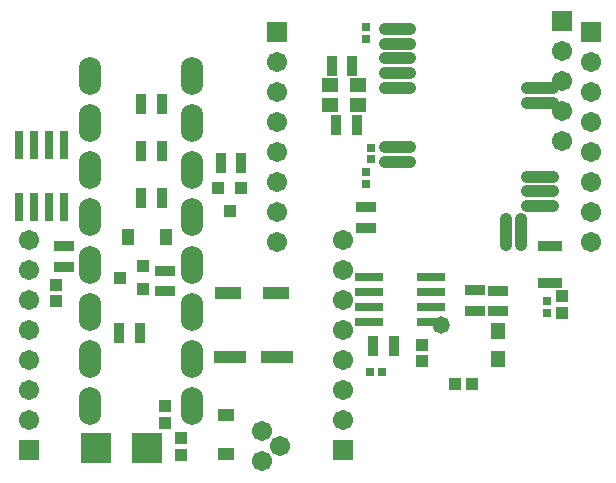
<source format=gts>
%FSLAX24Y24*%
%MOIN*%
G70*
G01*
G75*
G04 Layer_Color=8388736*
%ADD10R,0.0118X0.0295*%
%ADD11R,0.0236X0.0886*%
%ADD12R,0.0591X0.0295*%
%ADD13R,0.0295X0.0591*%
%ADD14R,0.0354X0.0315*%
%ADD15R,0.0315X0.0354*%
%ADD16R,0.0433X0.0492*%
%ADD17R,0.0492X0.0433*%
%ADD18R,0.0480X0.0358*%
%ADD19R,0.0358X0.0480*%
%ADD20R,0.0906X0.0906*%
%ADD21R,0.0354X0.0315*%
%ADD22R,0.0197X0.0236*%
%ADD23R,0.0236X0.0197*%
%ADD24R,0.0827X0.0315*%
%ADD25R,0.0984X0.0315*%
%ADD26R,0.0315X0.0354*%
%ADD27R,0.0886X0.0236*%
%ADD28C,0.0335*%
%ADD29R,0.0846X0.0335*%
%ADD30R,0.0335X0.0846*%
%ADD31C,0.0197*%
%ADD32C,0.0118*%
%ADD33C,0.0157*%
%ADD34C,0.0177*%
%ADD35C,0.0138*%
%ADD36C,0.0591*%
%ADD37R,0.0591X0.0591*%
%ADD38O,0.0669X0.1181*%
%ADD39C,0.0500*%
%ADD40C,0.0394*%
%ADD41R,0.0630X0.1063*%
%ADD42R,0.2165X0.0827*%
%ADD43R,0.0906X0.0236*%
%ADD44C,0.0100*%
%ADD45C,0.0098*%
%ADD46C,0.0236*%
%ADD47C,0.0394*%
%ADD48C,0.0039*%
%ADD49C,0.0079*%
%ADD50C,0.0150*%
%ADD51C,0.0050*%
%ADD52C,0.0070*%
%ADD53C,0.0069*%
%ADD54R,0.0198X0.0375*%
%ADD55R,0.0316X0.0966*%
%ADD56R,0.0671X0.0375*%
%ADD57R,0.0375X0.0671*%
%ADD58R,0.0434X0.0395*%
%ADD59R,0.0395X0.0434*%
%ADD60R,0.0513X0.0572*%
%ADD61R,0.0572X0.0513*%
%ADD62R,0.0560X0.0438*%
%ADD63R,0.0438X0.0560*%
%ADD64R,0.0986X0.0986*%
%ADD65R,0.0434X0.0395*%
%ADD66R,0.0277X0.0316*%
%ADD67R,0.0316X0.0277*%
%ADD68R,0.0907X0.0395*%
%ADD69R,0.1064X0.0395*%
%ADD70R,0.0395X0.0434*%
%ADD71R,0.0966X0.0316*%
%ADD72C,0.0415*%
%ADD73R,0.0926X0.0415*%
%ADD74R,0.0415X0.0926*%
%ADD75C,0.0671*%
%ADD76R,0.0671X0.0671*%
%ADD77O,0.0749X0.1261*%
%ADD78C,0.0580*%
D54*
X17854Y7815D02*
D03*
X18051D02*
D03*
X18248D02*
D03*
X18445D02*
D03*
X17854Y6594D02*
D03*
X18051D02*
D03*
X18248D02*
D03*
X18445D02*
D03*
D55*
X470Y9134D02*
D03*
X970D02*
D03*
X1470D02*
D03*
X1970D02*
D03*
X470Y11181D02*
D03*
X970D02*
D03*
X1470D02*
D03*
X1970D02*
D03*
D56*
X16417Y6329D02*
D03*
Y5640D02*
D03*
X15669Y5669D02*
D03*
Y6358D02*
D03*
X12008Y9124D02*
D03*
Y8435D02*
D03*
X5315Y6309D02*
D03*
Y6998D02*
D03*
X1969Y7825D02*
D03*
Y7136D02*
D03*
D57*
X10876Y13819D02*
D03*
X11565D02*
D03*
X11033Y11850D02*
D03*
X11722D02*
D03*
X12254Y4488D02*
D03*
X12943D02*
D03*
X3789Y4921D02*
D03*
X4478D02*
D03*
X7864Y10591D02*
D03*
X7175D02*
D03*
X5226Y9409D02*
D03*
X4537D02*
D03*
X5226Y10984D02*
D03*
X4537D02*
D03*
Y12559D02*
D03*
X5226D02*
D03*
D58*
X4606Y6398D02*
D03*
Y7146D02*
D03*
X3819Y6772D02*
D03*
D59*
X7854Y9764D02*
D03*
X7106D02*
D03*
X7480Y8976D02*
D03*
D60*
X16417Y4990D02*
D03*
Y4065D02*
D03*
D61*
X11762Y13189D02*
D03*
X10837D02*
D03*
X11762Y12520D02*
D03*
X10837D02*
D03*
D62*
X7362Y892D02*
D03*
Y2179D02*
D03*
D63*
X5368Y8110D02*
D03*
X4081D02*
D03*
D64*
X3012Y1102D02*
D03*
X4715D02*
D03*
D65*
X1693Y6535D02*
D03*
Y5984D02*
D03*
X5315Y2480D02*
D03*
Y1929D02*
D03*
X13898Y4528D02*
D03*
Y3976D02*
D03*
X18543Y6142D02*
D03*
Y5591D02*
D03*
X5866Y866D02*
D03*
Y1417D02*
D03*
D66*
X12205Y10709D02*
D03*
Y11102D02*
D03*
X18071Y5591D02*
D03*
Y5984D02*
D03*
X12008Y14724D02*
D03*
Y15118D02*
D03*
X12008Y10276D02*
D03*
Y9882D02*
D03*
D67*
X12165Y3622D02*
D03*
X12559D02*
D03*
D68*
X7421Y6260D02*
D03*
X9035D02*
D03*
D69*
X9055Y4134D02*
D03*
X7480D02*
D03*
D70*
X15000Y3228D02*
D03*
X15551D02*
D03*
D71*
X14173Y5274D02*
D03*
Y5774D02*
D03*
Y6274D02*
D03*
Y6774D02*
D03*
X12126Y5274D02*
D03*
Y5774D02*
D03*
Y6274D02*
D03*
Y6774D02*
D03*
D72*
X18248Y9154D02*
D03*
X17402D02*
D03*
X18248Y9646D02*
D03*
X17402D02*
D03*
X13504Y10630D02*
D03*
X12657D02*
D03*
X13504Y11122D02*
D03*
X12657D02*
D03*
X13504Y13091D02*
D03*
X12657D02*
D03*
X13504Y13583D02*
D03*
X12657D02*
D03*
X13504Y14075D02*
D03*
X12657D02*
D03*
X13504Y14567D02*
D03*
X12657D02*
D03*
X13504Y15059D02*
D03*
X12657D02*
D03*
X16683Y8711D02*
D03*
Y7864D02*
D03*
X17402Y13091D02*
D03*
X18248D02*
D03*
X17402Y12598D02*
D03*
X18248D02*
D03*
X17402Y10138D02*
D03*
X18248D02*
D03*
X17175Y7864D02*
D03*
Y8711D02*
D03*
D73*
X17825Y9154D02*
D03*
Y9646D02*
D03*
X13081Y10630D02*
D03*
Y11122D02*
D03*
Y13091D02*
D03*
Y13583D02*
D03*
Y14075D02*
D03*
Y14567D02*
D03*
Y15059D02*
D03*
X17825Y13091D02*
D03*
Y12598D02*
D03*
Y10138D02*
D03*
D74*
X16683Y8287D02*
D03*
X17175D02*
D03*
D75*
X8553Y1642D02*
D03*
X9154Y1161D02*
D03*
X8553Y642D02*
D03*
X18543Y11315D02*
D03*
Y12315D02*
D03*
Y13315D02*
D03*
Y14315D02*
D03*
X11260Y8024D02*
D03*
Y7024D02*
D03*
Y6024D02*
D03*
Y5024D02*
D03*
Y4024D02*
D03*
Y3024D02*
D03*
Y2024D02*
D03*
X19528Y7961D02*
D03*
Y8961D02*
D03*
Y9961D02*
D03*
Y10961D02*
D03*
Y11961D02*
D03*
Y12961D02*
D03*
Y13961D02*
D03*
X787Y8024D02*
D03*
Y7024D02*
D03*
Y6024D02*
D03*
Y5024D02*
D03*
Y4024D02*
D03*
Y3024D02*
D03*
Y2024D02*
D03*
X9055Y7961D02*
D03*
Y8961D02*
D03*
Y9961D02*
D03*
Y10961D02*
D03*
Y11961D02*
D03*
Y12961D02*
D03*
Y13961D02*
D03*
D76*
X18543Y15315D02*
D03*
X11260Y1024D02*
D03*
X19528Y14961D02*
D03*
X787Y1024D02*
D03*
X9055Y14961D02*
D03*
D77*
X6220Y13504D02*
D03*
Y11929D02*
D03*
Y10354D02*
D03*
Y8780D02*
D03*
Y7205D02*
D03*
Y5630D02*
D03*
Y4055D02*
D03*
Y2480D02*
D03*
X2835Y13504D02*
D03*
Y11929D02*
D03*
Y10354D02*
D03*
Y8780D02*
D03*
Y7205D02*
D03*
Y5630D02*
D03*
Y4055D02*
D03*
Y2480D02*
D03*
D78*
X14528Y5197D02*
D03*
M02*

</source>
